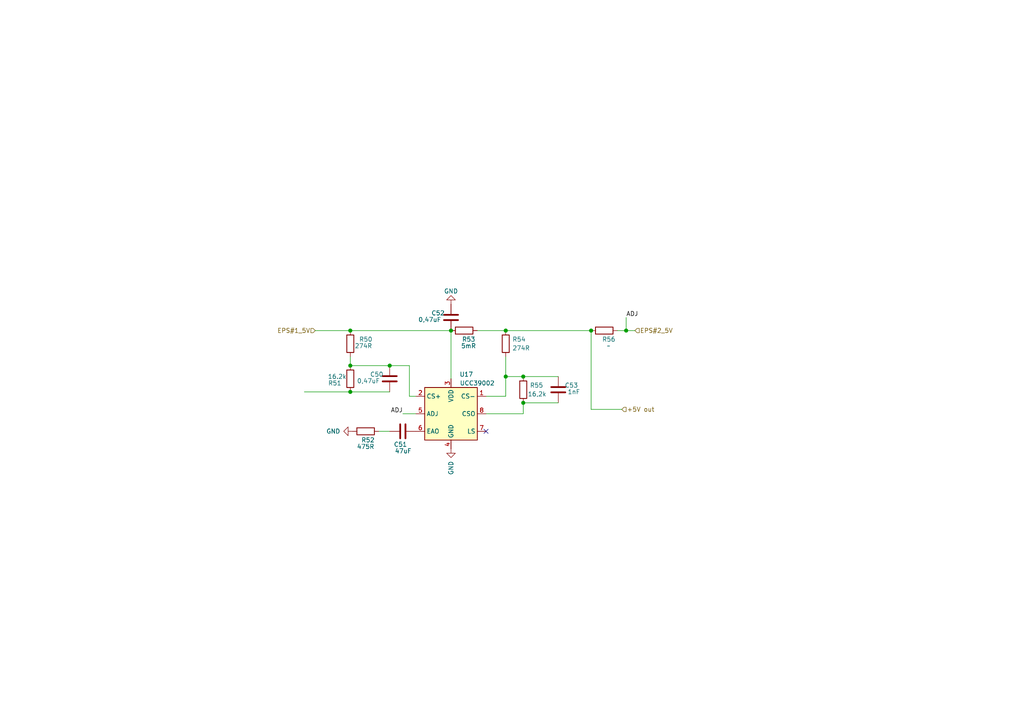
<source format=kicad_sch>
(kicad_sch (version 20210621) (generator eeschema)
  (paper "A4")
  (lib_symbols
    (symbol "Device:C" (pin_numbers hide) (pin_names (offset 0.254))
      (property "Reference" "C" (at 0.635 2.54 0))
      (property "Value" "C" (at 0.635 -2.54 0))
      (symbol "C_0_1"
        (polyline (pts (xy -2.032 -0.762) (xy 2.032 -0.762)) (stroke (width 0.508)))
        (polyline (pts (xy -2.032 0.762) (xy 2.032 0.762)) (stroke (width 0.508)))
      )
      (symbol "C_1_1"
        (pin passive line (at 0 3.81 270) (length 2.794) (name "~") (number "1"))
        (pin passive line (at 0 -3.81 90) (length 2.794) (name "~") (number "2"))
      )
    )
    (symbol "Device:R" (pin_numbers hide) (pin_names (offset 0))
      (property "Reference" "R" (at 2.032 0 90))
      (property "Value" "R" (at 0 0 90))
      (symbol "R_0_1"
        (rectangle (start -1.016 -2.54) (end 1.016 2.54) (stroke (width 0.254)))
      )
      (symbol "R_1_1"
        (pin passive line (at 0 3.81 270) (length 1.27) (name "~") (number "1"))
        (pin passive line (at 0 -3.81 90) (length 1.27) (name "~") (number "2"))
      )
    )
    (symbol "Power_Management:UCC39002D"
      (property "Reference" "U" (at -6.35 8.89 0))
      (property "Value" "UCC39002D" (at 2.54 8.89 0))
      (symbol "UCC39002D_0_1"
        (rectangle (start -7.62 7.62) (end 7.62 -7.62) (stroke (width 0.254)) (fill (type background)))
      )
      (symbol "UCC39002D_1_1"
        (pin input line (at 10.16 5.08 180) (length 2.54) (name "CS-") (number "1"))
        (pin input line (at -10.16 5.08 0) (length 2.54) (name "CS+") (number "2"))
        (pin power_in line (at 0 10.16 270) (length 2.54) (name "VDD") (number "3"))
        (pin power_in line (at 0 -10.16 90) (length 2.54) (name "GND") (number "4"))
        (pin open_collector line (at -10.16 0 0) (length 2.54) (name "ADJ") (number "5"))
        (pin passive line (at -10.16 -5.08 0) (length 2.54) (name "EAO") (number "6"))
        (pin passive line (at 10.16 -5.08 180) (length 2.54) (name "LS") (number "7"))
        (pin output line (at 10.16 0 180) (length 2.54) (name "CSO") (number "8"))
      )
    )
    (symbol "power:GND" (power) (pin_names (offset 0))
      (property "Value" "GND" (at 0 -3.81 0))
      (symbol "GND_0_1"
        (polyline (pts (xy 0 0) (xy 0 -1.27) (xy 1.27 -1.27) (xy 0 -2.54) (xy -1.27 -1.27) (xy 0 -1.27)))
      )
      (symbol "GND_1_1"
        (pin power_in line (at 0 0 270) (length 0) hide (name "GND") (number "1"))
      )
    )
  )
  (junction (at 101.6 95.885) (diameter 1.016))
  (junction (at 101.6 106.045) (diameter 1.016))
  (junction (at 101.6 113.665) (diameter 1.016))
  (junction (at 113.03 106.045) (diameter 1.016))
  (junction (at 130.81 95.885) (diameter 1.016))
  (junction (at 146.685 95.885) (diameter 1.016))
  (junction (at 146.685 109.22) (diameter 1.016))
  (junction (at 151.765 109.22) (diameter 1.016))
  (junction (at 151.765 116.84) (diameter 1.016))
  (junction (at 171.45 95.885) (diameter 1.016))
  (junction (at 181.61 95.885) (diameter 1.016))
  (no_connect (at 140.97 125.095))
  (wire (pts (xy 88.265 113.665) (xy 101.6 113.665)))
  (wire (pts (xy 101.6 95.885) (xy 91.44 95.885)))
  (wire (pts (xy 101.6 103.505) (xy 101.6 106.045)))
  (wire (pts (xy 101.6 106.045) (xy 113.03 106.045)))
  (wire (pts (xy 101.6 113.665) (xy 113.03 113.665)))
  (wire (pts (xy 109.855 125.095) (xy 113.03 125.095)))
  (wire (pts (xy 113.03 106.045) (xy 118.745 106.045)))
  (wire (pts (xy 116.84 120.015) (xy 120.65 120.015)))
  (wire (pts (xy 118.745 114.935) (xy 118.745 106.045)))
  (wire (pts (xy 120.65 114.935) (xy 118.745 114.935)))
  (wire (pts (xy 130.81 95.885) (xy 101.6 95.885)))
  (wire (pts (xy 130.81 109.855) (xy 130.81 95.885)))
  (wire (pts (xy 138.43 95.885) (xy 146.685 95.885)))
  (wire (pts (xy 140.97 114.935) (xy 146.685 114.935)))
  (wire (pts (xy 140.97 120.015) (xy 151.765 120.015)))
  (wire (pts (xy 146.685 95.885) (xy 171.45 95.885)))
  (wire (pts (xy 146.685 103.505) (xy 146.685 109.22)))
  (wire (pts (xy 146.685 109.22) (xy 146.685 114.935)))
  (wire (pts (xy 146.685 109.22) (xy 151.765 109.22)))
  (wire (pts (xy 151.765 109.22) (xy 161.925 109.22)))
  (wire (pts (xy 151.765 116.84) (xy 161.925 116.84)))
  (wire (pts (xy 151.765 120.015) (xy 151.765 116.84)))
  (wire (pts (xy 171.45 95.885) (xy 171.45 118.745)))
  (wire (pts (xy 171.45 118.745) (xy 180.34 118.745)))
  (wire (pts (xy 179.07 95.885) (xy 181.61 95.885)))
  (wire (pts (xy 181.61 92.075) (xy 181.61 95.885)))
  (wire (pts (xy 181.61 95.885) (xy 184.15 95.885)))
  (label "ADJ" (at 116.84 120.015 180))
  (label "ADJ" (at 181.61 92.075 0))
  (hierarchical_label "EPS#1_5V" (shape input) (at 91.44 95.885 180))
  (hierarchical_label "+5V out" (shape input) (at 180.34 118.745 0))
  (hierarchical_label "EPS#2_5V" (shape input) (at 184.15 95.885 0))
  (symbol (lib_id "power:GND") (at 102.235 125.095 270) (unit 1)
    (property "Reference" "#PWR0144" (effects hide))
    (property "Value" "GND" (at 94.615 125.0949 90) (effects (justify left)))
  )
  (symbol (lib_id "power:GND") (at 130.81 88.265 180) (unit 1)
    (property "Reference" "#PWR0143" (effects hide))
    (property "Value" "GND" (at 130.81 84.455 0))
  )
  (symbol (lib_id "power:GND") (at 130.81 130.175 0) (unit 1)
    (property "Reference" "#PWR0145" (effects hide))
    (property "Value" "GND" (at 130.8099 137.795 90) (effects (justify left)))
  )
  (symbol (lib_id "Device:R") (at 101.6 99.695 0) (unit 1)
    (property "Reference" "R50" (at 104.1401 98.425 0) (effects (justify left)))
    (property "Value" "274R" (at 105.41 100.33 0))
  )
  (symbol (lib_id "Device:R") (at 101.6 109.855 180) (unit 1)
    (property "Reference" "R51" (at 99.0599 111.125 0) (effects (justify left)))
    (property "Value" "16.2k" (at 97.79 109.22 0))
  )
  (symbol (lib_id "Device:R") (at 106.045 125.095 270) (unit 1)
    (property "Reference" "R52" (at 104.7751 127.635 90) (effects (justify left)))
    (property "Value" "475R" (at 106.045 129.54 90))
  )
  (symbol (lib_id "Device:R") (at 134.62 95.885 270) (unit 1)
    (property "Reference" "R53" (at 133.9851 98.425 90) (effects (justify left)))
    (property "Value" "5mR" (at 135.89 100.33 90))
  )
  (symbol (lib_id "Device:R") (at 146.685 99.695 0) (unit 1)
    (property "Reference" "R54" (at 148.59 98.4249 0) (effects (justify left)))
    (property "Value" "274R" (at 148.59 100.9649 0) (effects (justify left)))
  )
  (symbol (lib_id "Device:R") (at 151.765 113.03 0) (unit 1)
    (property "Reference" "R55" (at 153.67 111.7599 0) (effects (justify left)))
    (property "Value" "16,2k" (at 153.035 114.2999 0) (effects (justify left)))
  )
  (symbol (lib_id "Device:R") (at 175.26 95.885 270) (unit 1)
    (property "Reference" "R56" (at 174.6251 98.425 90) (effects (justify left)))
    (property "Value" "~" (at 176.53 100.33 90))
  )
  (symbol (lib_id "Device:C") (at 113.03 109.855 180) (unit 1)
    (property "Reference" "C50" (at 107.315 108.5849 0) (effects (justify right)))
    (property "Value" "0,47uF" (at 103.505 110.4899 0) (effects (justify right)))
  )
  (symbol (lib_id "Device:C") (at 116.84 125.095 270) (unit 1)
    (property "Reference" "C51" (at 118.1099 128.905 90) (effects (justify right)))
    (property "Value" "47uF" (at 119.3799 130.81 90) (effects (justify right)))
  )
  (symbol (lib_id "Device:C") (at 130.81 92.075 180) (unit 1)
    (property "Reference" "C52" (at 125.095 90.8049 0) (effects (justify right)))
    (property "Value" "0,47uF" (at 121.285 92.7099 0) (effects (justify right)))
  )
  (symbol (lib_id "Device:C") (at 161.925 113.03 180) (unit 1)
    (property "Reference" "C53" (at 165.735 111.76 0))
    (property "Value" "1nF" (at 168.275 113.665 0) (effects (justify left)))
  )
  (symbol (lib_id "Power_Management:UCC39002D") (at 130.81 120.015 0) (unit 1)
    (property "Reference" "U17" (at 135.255 108.585 0))
    (property "Value" "UCC39002" (at 133.35 111.125 0) (effects (justify left)))
    (property "Datasheet" "http://www.ti.com/lit/ds/slus495i/slus495i.pdf" (effects hide))
  )
)
</source>
